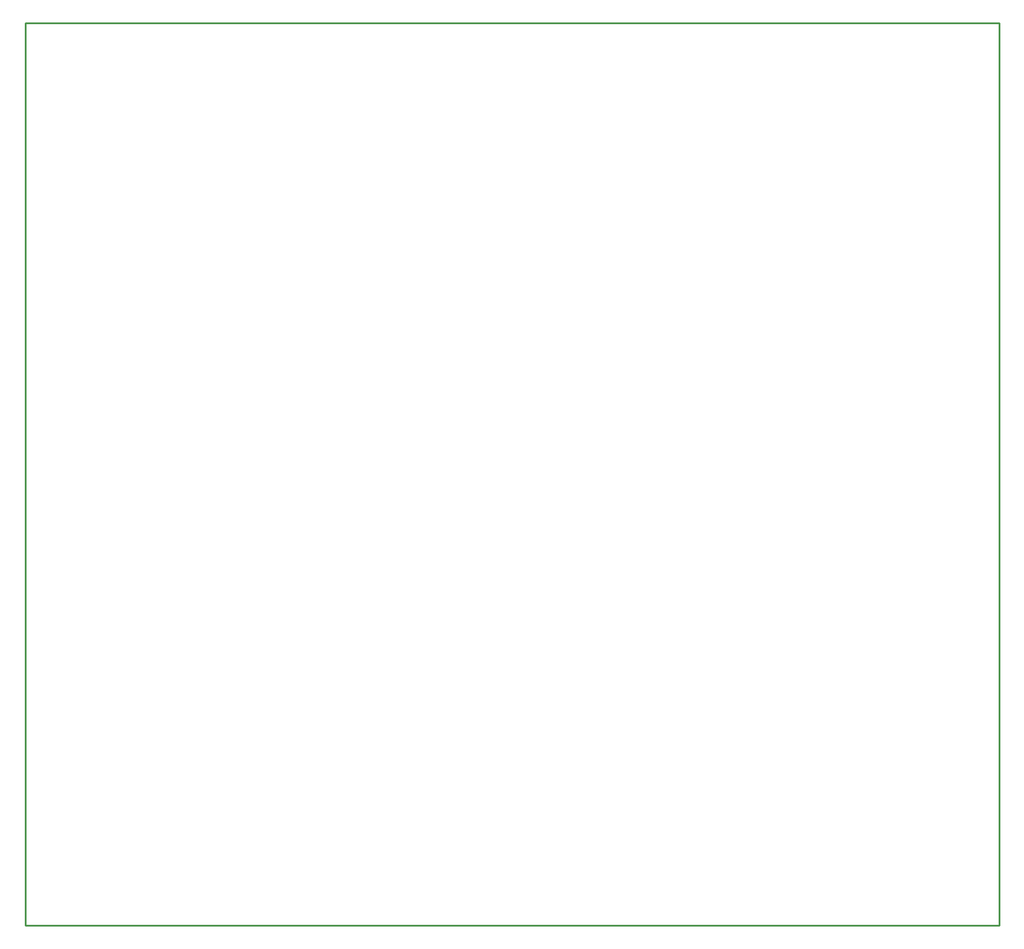
<source format=gko>
G04 ---------------------------- Layer name :KeepOutLayer*
G04 EasyEDA v5.8.22, Thu, 20 Dec 2018 20:30:22 GMT*
G04 f422fc89d8fd4efca302d5ffe9b637f2*
G04 Gerber Generator version 0.2*
G04 Scale: 100 percent, Rotated: No, Reflected: No *
G04 Dimensions in millimeters *
G04 leading zeros omitted , absolute positions ,3 integer and 3 decimal *
%FSLAX33Y33*%
%MOMM*%
G90*
G71D02*

%ADD10C,0.254000*%
G54D10*
G01X0Y129540D02*
G01X139700Y129540D01*
G01X139700Y0D01*
G01X0Y0D01*
G01X0Y129540D01*
G01X0Y129540D01*

%LPD*%
M00*
M02*

</source>
